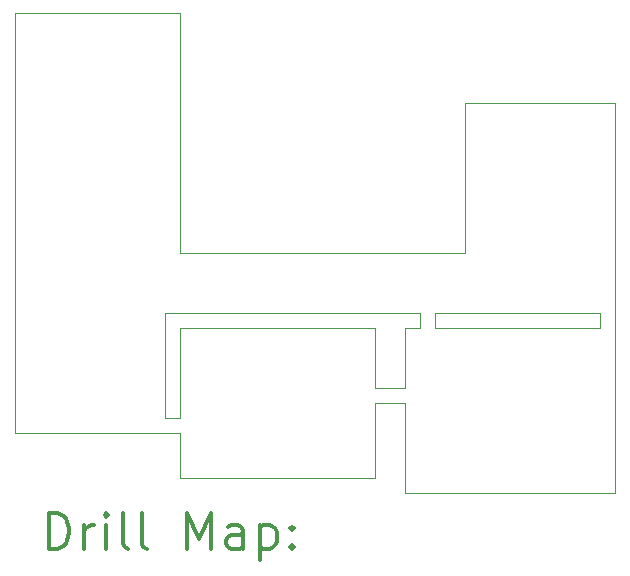
<source format=gbr>
%FSLAX45Y45*%
G04 Gerber Fmt 4.5, Leading zero omitted, Abs format (unit mm)*
G04 Created by KiCad (PCBNEW 5.1.4-5.1.4) date 2019-09-28 18:38:55*
%MOMM*%
%LPD*%
G04 APERTURE LIST*
%ADD10C,0.050000*%
%ADD11C,0.200000*%
%ADD12C,0.300000*%
G04 APERTURE END LIST*
D10*
X14732000Y-11684000D02*
X14859000Y-11684000D01*
X14732000Y-10922000D02*
X14732000Y-11684000D01*
X14478000Y-10922000D02*
X14732000Y-10922000D01*
X14732000Y-10795000D02*
X14478000Y-10795000D01*
X14732000Y-10287000D02*
X14732000Y-10795000D01*
X14859000Y-10287000D02*
X14732000Y-10287000D01*
X14478000Y-11049000D02*
X14478000Y-10922000D01*
X12827000Y-11176000D02*
X12827000Y-11557000D01*
X12700000Y-11176000D02*
X12827000Y-11176000D01*
X12827000Y-11049000D02*
X12827000Y-10287000D01*
X12700000Y-11049000D02*
X12827000Y-11049000D01*
X12700000Y-10160000D02*
X12700000Y-11049000D01*
X13716000Y-9652000D02*
X13970000Y-9652000D01*
X16510000Y-11684000D02*
X14859000Y-11684000D01*
X16510000Y-9525000D02*
X16510000Y-11684000D01*
X16383000Y-10160000D02*
X16383000Y-10287000D01*
X15240000Y-10160000D02*
X16383000Y-10160000D01*
X14986000Y-10287000D02*
X16383000Y-10287000D01*
X14986000Y-10160000D02*
X14986000Y-10287000D01*
X14859000Y-10160000D02*
X14859000Y-10287000D01*
X14859000Y-10160000D02*
X12700000Y-10160000D01*
X14986000Y-10160000D02*
X15240000Y-10160000D01*
X12827000Y-7620000D02*
X11430000Y-7620000D01*
X12827000Y-9652000D02*
X12827000Y-7620000D01*
X13716000Y-9652000D02*
X12827000Y-9652000D01*
X14478000Y-11557000D02*
X14478000Y-11049000D01*
X12827000Y-11557000D02*
X14478000Y-11557000D01*
X14478000Y-10287000D02*
X12827000Y-10287000D01*
X14478000Y-10795000D02*
X14478000Y-10287000D01*
X15240000Y-9652000D02*
X13970000Y-9652000D01*
X15240000Y-8382000D02*
X15240000Y-9652000D01*
X16510000Y-8382000D02*
X15240000Y-8382000D01*
X16510000Y-9525000D02*
X16510000Y-8382000D01*
X11430000Y-11176000D02*
X12700000Y-11176000D01*
X11430000Y-7620000D02*
X11430000Y-11176000D01*
D11*
D12*
X11713928Y-12152214D02*
X11713928Y-11852214D01*
X11785357Y-11852214D01*
X11828214Y-11866500D01*
X11856786Y-11895071D01*
X11871071Y-11923643D01*
X11885357Y-11980786D01*
X11885357Y-12023643D01*
X11871071Y-12080786D01*
X11856786Y-12109357D01*
X11828214Y-12137929D01*
X11785357Y-12152214D01*
X11713928Y-12152214D01*
X12013928Y-12152214D02*
X12013928Y-11952214D01*
X12013928Y-12009357D02*
X12028214Y-11980786D01*
X12042500Y-11966500D01*
X12071071Y-11952214D01*
X12099643Y-11952214D01*
X12199643Y-12152214D02*
X12199643Y-11952214D01*
X12199643Y-11852214D02*
X12185357Y-11866500D01*
X12199643Y-11880786D01*
X12213928Y-11866500D01*
X12199643Y-11852214D01*
X12199643Y-11880786D01*
X12385357Y-12152214D02*
X12356786Y-12137929D01*
X12342500Y-12109357D01*
X12342500Y-11852214D01*
X12542500Y-12152214D02*
X12513928Y-12137929D01*
X12499643Y-12109357D01*
X12499643Y-11852214D01*
X12885357Y-12152214D02*
X12885357Y-11852214D01*
X12985357Y-12066500D01*
X13085357Y-11852214D01*
X13085357Y-12152214D01*
X13356786Y-12152214D02*
X13356786Y-11995071D01*
X13342500Y-11966500D01*
X13313928Y-11952214D01*
X13256786Y-11952214D01*
X13228214Y-11966500D01*
X13356786Y-12137929D02*
X13328214Y-12152214D01*
X13256786Y-12152214D01*
X13228214Y-12137929D01*
X13213928Y-12109357D01*
X13213928Y-12080786D01*
X13228214Y-12052214D01*
X13256786Y-12037929D01*
X13328214Y-12037929D01*
X13356786Y-12023643D01*
X13499643Y-11952214D02*
X13499643Y-12252214D01*
X13499643Y-11966500D02*
X13528214Y-11952214D01*
X13585357Y-11952214D01*
X13613928Y-11966500D01*
X13628214Y-11980786D01*
X13642500Y-12009357D01*
X13642500Y-12095071D01*
X13628214Y-12123643D01*
X13613928Y-12137929D01*
X13585357Y-12152214D01*
X13528214Y-12152214D01*
X13499643Y-12137929D01*
X13771071Y-12123643D02*
X13785357Y-12137929D01*
X13771071Y-12152214D01*
X13756786Y-12137929D01*
X13771071Y-12123643D01*
X13771071Y-12152214D01*
X13771071Y-11966500D02*
X13785357Y-11980786D01*
X13771071Y-11995071D01*
X13756786Y-11980786D01*
X13771071Y-11966500D01*
X13771071Y-11995071D01*
M02*

</source>
